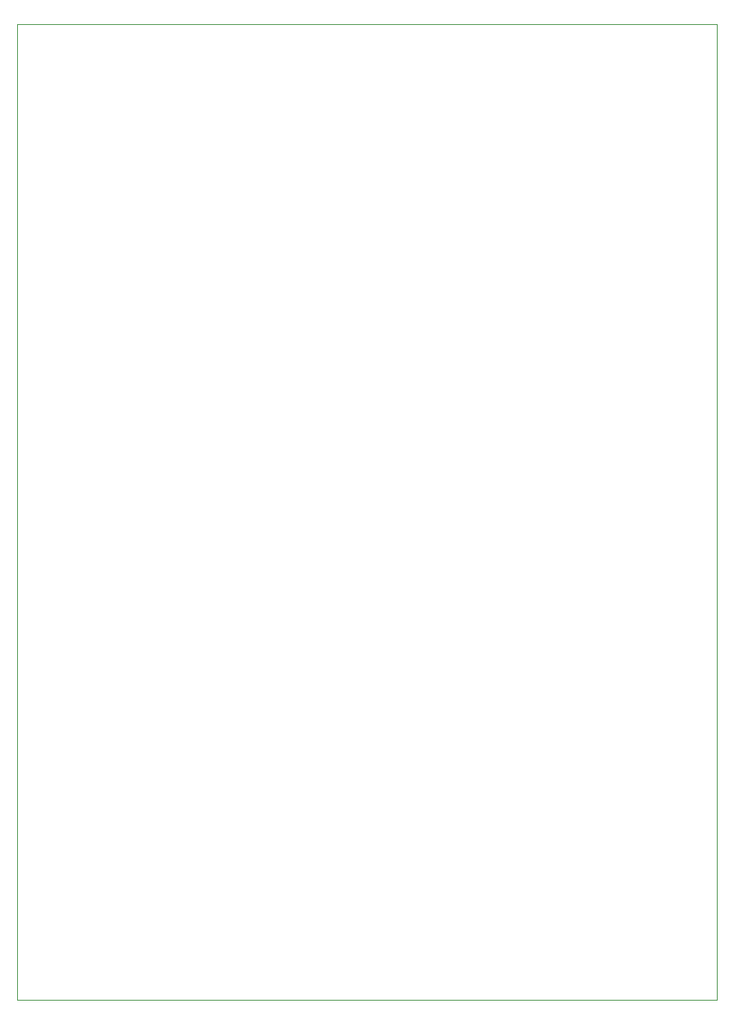
<source format=gbp>
From cceb5e82b0e293372273d1fe5e2c595636c86800 Mon Sep 17 00:00:00 2001
From: William Harrington <kb0iic@berzerkula.org>
Date: Sat, 13 Jul 2024 19:15:37 -0500
Subject: updates for Orator and 5x7 display.

---
 eagle/5x7 Display/5x7_5mm_Cathode_Row_4inch.GBP | 34 ++++++++++++-------------
 1 file changed, 17 insertions(+), 17 deletions(-)

(limited to 'eagle/5x7 Display/5x7_5mm_Cathode_Row_4inch.GBP')

diff --git a/eagle/5x7 Display/5x7_5mm_Cathode_Row_4inch.GBP b/eagle/5x7 Display/5x7_5mm_Cathode_Row_4inch.GBP
index fc7ea5f..a41c93d 100644
--- a/eagle/5x7 Display/5x7_5mm_Cathode_Row_4inch.GBP	
+++ b/eagle/5x7 Display/5x7_5mm_Cathode_Row_4inch.GBP	
@@ -1,17 +1,17 @@
-G75*
-%MOIN*%
-%OFA0B0*%
-%FSLAX25Y25*%
-%IPPOS*%
-%LPD*%
-%AMOC8*
-5,1,8,0,0,1.08239X$1,22.5*
-%
-%ADD10C,0.00000*%
-D10*
-X0001000Y0001000D02*
-X0001000Y0418323D01*
-X0300213Y0418323D01*
-X0300213Y0001000D01*
-X0001000Y0001000D01*
-M02*
+G75*
+%MOIN*%
+%OFA0B0*%
+%FSLAX25Y25*%
+%IPPOS*%
+%LPD*%
+%AMOC8*
+5,1,8,0,0,1.08239X$1,22.5*
+%
+%ADD10C,0.00000*%
+D10*
+X0001000Y0001000D02*
+X0001000Y0418323D01*
+X0300213Y0418323D01*
+X0300213Y0001000D01*
+X0001000Y0001000D01*
+M02*
-- 
cgit v1.2.3-54-g00ecf


</source>
